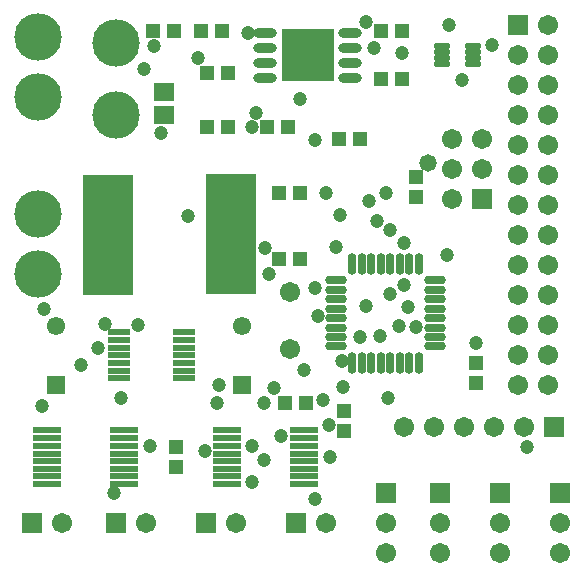
<source format=gts>
%FSTAX23Y23*%
%MOIN*%
%SFA1B1*%

%IPPOS*%
%ADD45R,0.173350X0.173350*%
%ADD46O,0.078870X0.031620*%
%ADD47R,0.047370X0.051310*%
%ADD48R,0.067060X0.059180*%
%ADD49R,0.092650X0.023750*%
%ADD50R,0.092650X0.023750*%
%ADD51R,0.165480X0.401700*%
%ADD52R,0.051310X0.047370*%
%ADD53O,0.072960X0.029650*%
%ADD54O,0.029650X0.072960*%
%ADD55O,0.057210X0.019810*%
%ADD56R,0.072960X0.019810*%
%ADD57C,0.061150*%
%ADD58R,0.061150X0.061150*%
%ADD59R,0.067060X0.067060*%
%ADD60C,0.067060*%
%ADD61R,0.067060X0.067060*%
%ADD62C,0.158000*%
%ADD63C,0.067060*%
%ADD64C,0.047370*%
%ADD65C,0.058000*%
%LNpaw7-1*%
%LPD*%
G54D45*
X0304Y0476D03*
G54D46*
X02898Y04835D03*
Y04785D03*
Y04735D03*
Y04685D03*
X03181Y04835D03*
Y04785D03*
Y04735D03*
Y04685D03*
G54D47*
X0316Y03506D03*
Y03573D03*
X034Y04353D03*
Y04286D03*
X036Y03733D03*
Y03666D03*
X026Y03453D03*
Y03386D03*
G54D48*
X0256Y04562D03*
Y04637D03*
G54D49*
X02771Y03509D03*
X02171D03*
G54D50*
X02771Y03483D03*
Y03458D03*
Y03432D03*
Y03407D03*
Y03381D03*
Y03356D03*
Y0333D03*
X03028Y03509D03*
Y03483D03*
Y03458D03*
Y03432D03*
Y03407D03*
Y03381D03*
Y03356D03*
Y0333D03*
X02171Y03483D03*
Y03458D03*
Y03432D03*
Y03407D03*
Y03381D03*
Y03356D03*
Y0333D03*
X02428Y03509D03*
Y03483D03*
Y03458D03*
Y03432D03*
Y03407D03*
Y03381D03*
Y03356D03*
Y0333D03*
G54D51*
X02375Y0416D03*
X02785Y04165D03*
G54D52*
X02973Y0452D03*
X02906D03*
X02773D03*
X02706D03*
X03286Y0484D03*
X03353D03*
X03213Y0448D03*
X03146D03*
X03286Y0468D03*
X03353D03*
X02526Y0484D03*
X02593D03*
X02686D03*
X02753D03*
X02966Y036D03*
X03033D03*
X02946Y0408D03*
X03013D03*
X02946Y043D03*
X03013D03*
X02773Y047D03*
X02706D03*
G54D53*
X03134Y0401D03*
Y03978D03*
Y03947D03*
Y03915D03*
Y03884D03*
Y03852D03*
Y03821D03*
Y03789D03*
X03465D03*
Y03821D03*
Y03852D03*
Y03884D03*
Y03915D03*
Y03947D03*
Y03978D03*
Y0401D03*
G54D54*
X03189Y03734D03*
X03221D03*
X03252D03*
X03284D03*
X03315D03*
X03347D03*
X03378D03*
X0341D03*
Y04065D03*
X03378D03*
X03347D03*
X03315D03*
X03284D03*
X03252D03*
X03221D03*
X03189D03*
G54D55*
X03592Y0473D03*
Y0475D03*
Y04769D03*
Y04789D03*
X03487Y0473D03*
Y0475D03*
Y04769D03*
Y04789D03*
G54D56*
X02629Y03683D03*
Y03708D03*
Y03734D03*
Y0376D03*
Y03785D03*
Y03811D03*
Y03836D03*
X0241Y03683D03*
Y03708D03*
Y03734D03*
Y0376D03*
Y03785D03*
Y03811D03*
Y03836D03*
G54D57*
X0282Y03858D03*
X022D03*
G54D58*
X0282Y03661D03*
X022D03*
G54D59*
X0374Y0486D03*
X0362Y0428D03*
X0388Y033D03*
X0348D03*
X033D03*
X0368D03*
G54D60*
X0384Y0486D03*
X0374Y0476D03*
X0384D03*
X0374Y0466D03*
X0384D03*
X0374Y0456D03*
X0384D03*
X0374Y0446D03*
X0384D03*
X0374Y0436D03*
X0384D03*
X0374Y0426D03*
X0384D03*
X0374Y0416D03*
X0384D03*
X0374Y0406D03*
X0384D03*
X0374Y0396D03*
X0384D03*
X0374Y0386D03*
X0384D03*
X0374Y0376D03*
X0384D03*
X0374Y0366D03*
X0384D03*
X031Y032D03*
X028D03*
X0222D03*
X025D03*
X0352Y0428D03*
X0362Y0438D03*
X0352D03*
X0362Y0448D03*
X0352D03*
X0376Y0352D03*
X0366D03*
X0356D03*
X0346D03*
X0336D03*
X0388Y032D03*
Y031D03*
X0348Y032D03*
Y031D03*
X033Y032D03*
Y031D03*
X0368Y032D03*
Y031D03*
G54D61*
X03Y032D03*
X027D03*
X0212D03*
X024D03*
X0386Y0352D03*
G54D62*
X0214Y0482D03*
Y0403D03*
Y0462D03*
Y0423D03*
X024Y0456D03*
Y048D03*
G54D63*
X0298Y0378D03*
Y03972D03*
G54D64*
X0351Y0486D03*
X03235Y03925D03*
X034Y03855D03*
X03375Y0392D03*
X0336Y03995D03*
X03215Y0382D03*
X0328Y03825D03*
X03343Y03856D03*
X033Y043D03*
X031D03*
X03065Y03985D03*
X0291Y0403D03*
X03075Y0389D03*
X03315Y03964D03*
X03505Y04095D03*
X0255Y045D03*
X02853Y03337D03*
X03271Y04206D03*
X0326Y04785D03*
X02675Y04752D03*
X02896Y03409D03*
X02739Y03599D03*
X02856Y03458D03*
X02744Y03659D03*
X02341Y03785D03*
X02284Y03728D03*
X03063Y04478D03*
X02493Y04714D03*
X03233Y04869D03*
X02527Y04789D03*
X02854Y0452D03*
X0284Y04835D03*
X03136Y0412D03*
X02363Y03865D03*
X02155Y0359D03*
X03555Y04676D03*
X03149Y04227D03*
X03362Y04134D03*
X03244Y04273D03*
X03315Y04177D03*
X03116Y03422D03*
X03091Y03612D03*
X03112Y03526D03*
X03028Y0371D03*
X03157Y03655D03*
X02951Y0349D03*
X02928Y03652D03*
X02698Y03439D03*
X03156Y03739D03*
X02516Y03456D03*
X02476Y03862D03*
X02897Y04116D03*
X02161Y03913D03*
X0377Y03455D03*
X03309Y03616D03*
X02896Y036D03*
X03064Y03282D03*
X02419Y03616D03*
X03015Y04615D03*
X036Y03802D03*
X02867Y04566D03*
X02395Y03299D03*
X03655Y04795D03*
X03353Y04768D03*
X0264Y04224D03*
G54D65*
X0344Y044D03*
M02*
</source>
